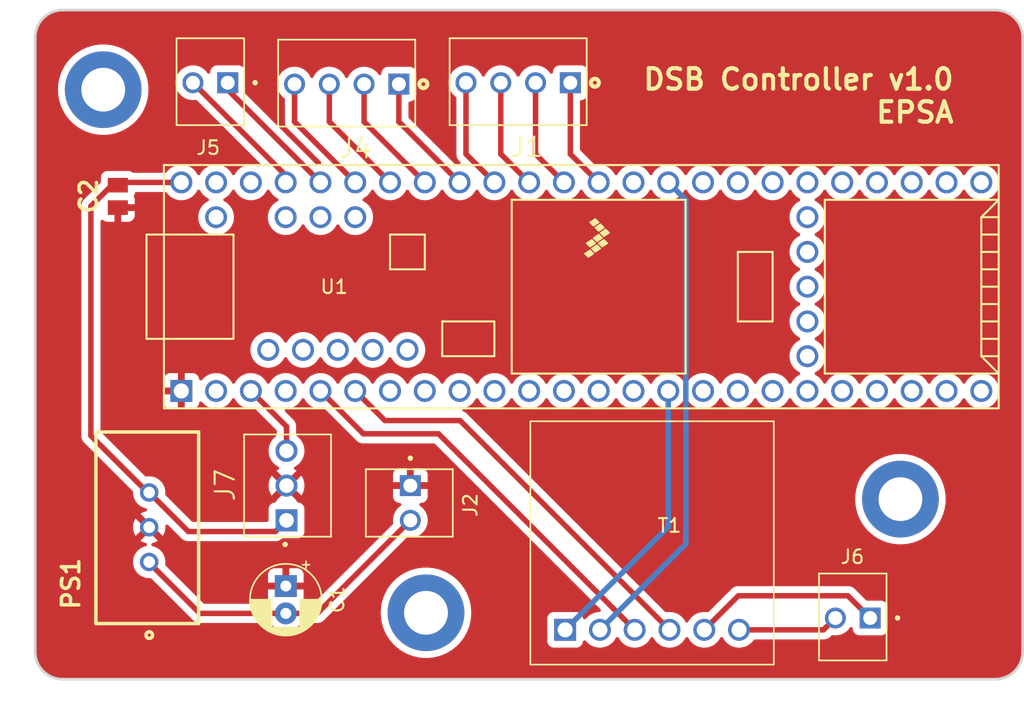
<source format=kicad_pcb>
(kicad_pcb (version 20240108) (generator "pcbnew") (generator_version "8.0")
  (layers (0 "F.Cu" signal) (31 "B.Cu" signal) (34 "B.Paste" user) (35 "F.Paste" user) (36 "B.SilkS" user "B.Silkscreen") (37 "F.SilkS" user "F.Silkscreen") (38 "B.Mask" user) (39 "F.Mask" user) (44 "Edge.Cuts" user))
  (net 0 "")
  (net 1 "+12V")
  (net 2 "GND")
  (net 3 "+5V")
  (net 4 "/LED3")
  (net 5 "/LED2")
  (net 6 "/LED4")
  (net 7 "/LED1")
  (net 8 "/COM Screen")
  (net 9 "/LED5")
  (net 10 "/LED8")
  (net 11 "/LED6")
  (net 12 "/LED7")
  (net 13 "/LED10")
  (net 14 "/LED9")
  (net 15 "/CAN L")
  (net 16 "/CAN H")
  (net 17 "/CRx")
  (net 18 "Net-(T1-3V3)")
  (net 19 "/CTx")
  (net 20 "Net-(T1-GND)")
  (footprint "EPSA_lib:MOLEX_22-11-2032" (layer "F.Cu") (at 129.5908 93.6244 90)
    (property "Reference" "J7" (at 2.585 -4.489 -90) (layer "F.SilkS") (effects (font (size 1.4 1.4))))
    (property "Value" "3P Droit 22-11-2032")
    (fp_line (start 6.275 -3.1) (end -1.195 -3.1) (stroke (width 0.127)) (layer "F.SilkS"))
    (fp_line (start -1.195 -3.1) (end -1.195 3.25) (stroke (width 0.127)) (layer "F.SilkS"))
    (fp_line (start 6.275 3.25) (end 6.275 -3.1) (stroke (width 0.127)) (layer "F.SilkS"))
    (fp_line (start -1.195 3.25) (end 6.275 3.25) (stroke (width 0.127)) (layer "F.SilkS"))
    (fp_circle (center -1.76 -0.1) (end -1.66 -0.1) (stroke (width 0.2)) (fill none) (layer "F.SilkS"))
    (pad "1" thru_hole rect (at 0 0 90) (size 1.61 1.61) (drill 1.07) (layers "*.Cu" "*.Mask") (net 3 "+5V"))
    (pad "2" thru_hole circle (at 2.54 0 90) (size 1.61 1.61) (drill 1.07) (layers "*.Cu" "*.Mask") (net 2 "GND"))
    (pad "3" thru_hole circle (at 5.08 0 90) (size 1.61 1.61) (drill 1.07) (layers "*.Cu" "*.Mask") (net 8 "/COM Screen"))
  )
  (footprint "" (layer "F.Cu") (at 139.7762 100.3808)
    (property "Reference" "" (at 0 0 0) (layer "F.SilkS") (effects (font (size 1.27 1.27))))
    (property "Value" "")
    (pad "1" thru_hole circle (at 0 0) (size 5.6 5.6) (drill 3.2) (layers "*.Cu" "*.Mask"))
  )
  (footprint "EPSA_lib:MOLEX_22-11-2022" (layer "F.Cu") (at 138.6332 91.0844 -90)
    (property "Reference" "J2" (at 1.425 -4.385 90) (layer "F.SilkS"))
    (property "Value" "2P Droit 2-11-2022")
    (fp_line (start -1.195 3.25) (end -1.195 -3.1) (stroke (width 0.127)) (layer "F.SilkS"))
    (fp_line (start 3.735 3.25) (end -1.195 3.25) (stroke (width 0.127)) (layer "F.SilkS"))
    (fp_line (start -1.195 -3.1) (end 3.735 -3.1) (stroke (width 0.127)) (layer "F.SilkS"))
    (fp_line (start 3.735 -3.1) (end 3.735 3.25) (stroke (width 0.127)) (layer "F.SilkS"))
    (fp_circle (center -2 0) (end -1.9 0) (stroke (width 0.2)) (fill none) (layer "F.SilkS"))
    (pad "1" thru_hole rect (at 0 0 270) (size 1.53 1.53) (drill 1.02) (layers "*.Cu" "*.Mask") (net 2 "GND"))
    (pad "2" thru_hole circle (at 2.54 0 270) (size 1.53 1.53) (drill 1.02) (layers "*.Cu" "*.Mask") (net 1 "+12V"))
  )
  (footprint "EPSA_lib:MOLEX_22-11-2042" (layer "F.Cu") (at 133.985 61.7474 180)
    (property "Reference" "J4" (at -0.63545 -4.70238 180) (layer "F.SilkS") (effects (font (size 1.401008 1.401008))))
    (property "Value" "4P Droit 22-11-2042")
    (fp_line (start 5.005 3.25) (end -5.005 3.25) (stroke (width 0.127)) (layer "F.SilkS"))
    (fp_line (start 5.005 -3.1) (end 5.005 3.25) (stroke (width 0.127)) (layer "F.SilkS"))
    (fp_line (start -5.005 3.25) (end -5.005 -3.1) (stroke (width 0.127)) (layer "F.SilkS"))
    (fp_line (start -5.005 -3.1) (end 5.005 -3.1) (stroke (width 0.127)) (layer "F.SilkS"))
    (fp_circle (center -5.6 0) (end -5.458581 0) (stroke (width 0.3)) (fill none) (layer "F.SilkS"))
    (pad "1" thru_hole rect (at -3.81 0 180) (size 1.53 1.53) (drill 1.02) (layers "*.Cu" "*.Mask") (net 9 "/LED5"))
    (pad "2" thru_hole circle (at -1.27 0 180) (size 1.53 1.53) (drill 1.02) (layers "*.Cu" "*.Mask") (net 11 "/LED6"))
    (pad "3" thru_hole circle (at 1.27 0 180) (size 1.53 1.53) (drill 1.02) (layers "*.Cu" "*.Mask") (net 12 "/LED7"))
    (pad "4" thru_hole circle (at 3.81 0 180) (size 1.53 1.53) (drill 1.02) (layers "*.Cu" "*.Mask") (net 10 "/LED8"))
  )
  (footprint "EPSA_lib:TSR-2" (layer "F.Cu") (at 115.6716 101.1682 90)
    (property "Reference" "PS1" (at 2.91382 -1.825 -90) (layer "F.SilkS") (effects (font (size 1.27 1.27) (thickness 0.254))))
    (property "Value" "Alim HP TSR_2-2450" (hide yes))
    (fp_line (start 14 0) (end 14 7.5) (stroke (width 0.254)) (layer "F.SilkS"))
    (fp_line (start 0 0) (end 14 0) (stroke (width 0.254)) (layer "F.SilkS"))
    (fp_line (start 14 7.5) (end 0 7.5) (stroke (width 0.254)) (layer "F.SilkS"))
    (fp_line (start 0 7.5) (end 0 0) (stroke (width 0.254)) (layer "F.SilkS"))
    (fp_circle (center -0.842 3.896) (end -0.842 4.00936) (stroke (width 0.254)) (fill none) (layer "F.SilkS"))
    (pad "1" thru_hole circle (at 4.5 3.89 90) (size 1.35 1.35) (drill 0.85) (layers "*.Cu" "*.Mask") (net 1 "+12V"))
    (pad "2" thru_hole circle (at 7.04 3.89 90) (size 1.35 1.35) (drill 0.85) (layers "*.Cu" "*.Mask") (net 2 "GND"))
    (pad "3" thru_hole circle (at 9.58 3.89 90) (size 1.35 1.35) (drill 0.85) (layers "*.Cu" "*.Mask") (net 3 "+5V"))
  )
  (footprint "" (layer "F.Cu") (at 174.4218 92.075)
    (property "Reference" "" (at 0 0 0) (layer "F.SilkS") (effects (font (size 1.27 1.27))))
    (property "Value" "")
    (pad "1" thru_hole circle (at 0 0) (size 5.6 5.6) (drill 3.2) (layers "*.Cu" "*.Mask"))
  )
  (footprint "Capacitor_THT:CP_Radial_D5.0mm_P2.00mm" (layer "F.Cu") (at 129.54 98.425 -90)
    (property "Reference" "C1" (at 1 -3.75 90) (layer "F.SilkS"))
    (property "Value" "C")
    (fp_line (start 1 1.04) (end 1 2.58) (stroke (width 0.12)) (layer "F.SilkS"))
    (fp_line (start 1.04 1.04) (end 1.04 2.58) (stroke (width 0.12)) (layer "F.SilkS"))
    (fp_line (start 1.08 1.04) (end 1.08 2.579) (stroke (width 0.12)) (layer "F.SilkS"))
    (fp_line (start 1.12 1.04) (end 1.12 2.578) (stroke (width 0.12)) (layer "F.SilkS"))
    (fp_line (start 1.16 1.04) (end 1.16 2.576) (stroke (width 0.12)) (layer "F.SilkS"))
    (fp_line (start 1.2 1.04) (end 1.2 2.573) (stroke (width 0.12)) (layer "F.SilkS"))
    (fp_line (start 1.24 1.04) (end 1.24 2.569) (stroke (width 0.12)) (layer "F.SilkS"))
    (fp_line (start 1.28 1.04) (end 1.28 2.565) (stroke (width 0.12)) (layer "F.SilkS"))
    (fp_line (start 1.32 1.04) (end 1.32 2.561) (stroke (width 0.12)) (layer "F.SilkS"))
    (fp_line (start 1.36 1.04) (end 1.36 2.556) (stroke (width 0.12)) (layer "F.SilkS"))
    (fp_line (start 1.4 1.04) (end 1.4 2.55) (stroke (width 0.12)) (layer "F.SilkS"))
    (fp_line (start 1.44 1.04) (end 1.44 2.543) (stroke (width 0.12)) (layer "F.SilkS"))
    (fp_line (start 1.48 1.04) (end 1.48 2.536) (stroke (width 0.12)) (layer "F.SilkS"))
    (fp_line (start 1.52 1.04) (end 1.52 2.528) (stroke (width 0.12)) (layer "F.SilkS"))
    (fp_line (start 1.56 1.04) (end 1.56 2.52) (stroke (width 0.12)) (layer "F.SilkS"))
    (fp_line (start 1.6 1.04) (end 1.6 2.511) (stroke (width 0.12)) (layer "F.SilkS"))
    (fp_line (start 1.64 1.04) (end 1.64 2.501) (stroke (width 0.12)) (layer "F.SilkS"))
    (fp_line (start 1.68 1.04) (end 1.68 2.491) (stroke (width 0.12)) (layer "F.SilkS"))
    (fp_line (start 1.721 1.04) (end 1.721 2.48) (stroke (width 0.12)) (layer "F.SilkS"))
    (fp_line (start 1.761 1.04) (end 1.761 2.468) (stroke (width 0.12)) (layer "F.SilkS"))
    (fp_line (start 1.801 1.04) (end 1.801 2.455) (stroke (width 0.12)) (layer "F.SilkS"))
    (fp_line (start 1.841 1.04) (end 1.841 2.442) (stroke (width 0.12)) (layer "F.SilkS"))
    (fp_line (start 1.881 1.04) (end 1.881 2.428) (stroke (width 0.12)) (layer "F.SilkS"))
    (fp_line (start 1.921 1.04) (end 1.921 2.414) (stroke (width 0.12)) (layer "F.SilkS"))
    (fp_line (start 1.961 1.04) (end 1.961 2.398) (stroke (width 0.12)) (layer "F.SilkS"))
    (fp_line (start 2.001 1.04) (end 2.001 2.382) (stroke (width 0.12)) (layer "F.SilkS"))
    (fp_line (start 2.041 1.04) (end 2.041 2.365) (stroke (width 0.12)) (layer "F.SilkS"))
    (fp_line (start 2.081 1.04) (end 2.081 2.348) (stroke (width 0.12)) (layer "F.SilkS"))
    (fp_line (start 2.121 1.04) (end 2.121 2.329) (stroke (width 0.12)) (layer "F.SilkS"))
    (fp_line (start 2.161 1.04) (end 2.161 2.31) (stroke (width 0.12)) (layer "F.SilkS"))
    (fp_line (start 2.201 1.04) (end 2.201 2.29) (stroke (width 0.12)) (layer "F.SilkS"))
    (fp_line (start 2.241 1.04) (end 2.241 2.268) (stroke (width 0.12)) (layer "F.SilkS"))
    (fp_line (start 2.281 1.04) (end 2.281 2.247) (stroke (width 0.12)) (layer "F.SilkS"))
    (fp_line (start 2.321 1.04) (end 2.321 2.224) (stroke (width 0.12)) (layer "F.SilkS"))
    (fp_line (start 2.361 1.04) (end 2.361 2.2) (stroke (width 0.12)) (layer "F.SilkS"))
    (fp_line (start 2.401 1.04) (end 2.401 2.175) (stroke (width 0.12)) (layer "F.SilkS"))
    (fp_line (start 2.441 1.04) (end 2.441 2.149) (stroke (width 0.12)) (layer "F.SilkS"))
    (fp_line (start 2.481 1.04) (end 2.481 2.122) (stroke (width 0.12)) (layer "F.SilkS"))
    (fp_line (start 2.521 1.04) (end 2.521 2.095) (stroke (width 0.12)) (layer "F.SilkS"))
    (fp_line (start 2.561 1.04) (end 2.561 2.065) (stroke (width 0.12)) (layer "F.SilkS"))
    (fp_line (start 2.601 1.04) (end 2.601 2.035) (stroke (width 0.12)) (layer "F.SilkS"))
    (fp_line (start 2.641 1.04) (end 2.641 2.004) (stroke (width 0.12)) (layer "F.SilkS"))
    (fp_line (start 2.681 1.04) (end 2.681 1.971) (stroke (width 0.12)) (layer "F.SilkS"))
    (fp_line (start 2.721 1.04) (end 2.721 1.937) (stroke (width 0.12)) (layer "F.SilkS"))
    (fp_line (start 2.761 1.04) (end 2.761 1.901) (stroke (width 0.12)) (layer "F.SilkS"))
    (fp_line (start 2.801 1.04) (end 2.801 1.864) (stroke (width 0.12)) (layer "F.SilkS"))
    (fp_line (start 2.841 1.04) (end 2.841 1.826) (stroke (width 0.12)) (layer "F.SilkS"))
    (fp_line (start 2.881 1.04) (end 2.881 1.785) (stroke (width 0.12)) (layer "F.SilkS"))
    (fp_line (start 2.921 1.04) (end 2.921 1.743) (stroke (width 0.12)) (layer "F.SilkS"))
    (fp_line (start 2.961 1.04) (end 2.961 1.699) (stroke (width 0.12)) (layer "F.SilkS"))
    (fp_line (start 3.001 1.04) (end 3.001 1.653) (stroke (width 0.12)) (layer "F.SilkS"))
    (fp_line (start 3.601 -0.284) (end 3.601 0.284) (stroke (width 0.12)) (layer "F.SilkS"))
    (fp_line (start 3.561 -0.518) (end 3.561 0.518) (stroke (width 0.12)) (layer "F.SilkS"))
    (fp_line (start 3.521 -0.677) (end 3.521 0.677) (stroke (width 0.12)) (layer "F.SilkS"))
    (fp_line (start 3.481 -0.805) (end 3.481 0.805) (stroke (width 0.12)) (layer "F.SilkS"))
    (fp_line (start 3.441 -0.915) (end 3.441 0.915) (stroke (width 0.12)) (layer "F.SilkS"))
    (fp_line (start 3.401 -1.011) (end 3.401 1.011) (stroke (width 0.12)) (layer "F.SilkS"))
    (fp_line (start 3.361 -1.098) (end 3.361 1.098) (stroke (width 0.12)) (layer "F.SilkS"))
    (fp_line (start 3.321 -1.178) (end 3.321 1.178) (stroke (width 0.12)) (layer "F.SilkS"))
    (fp_line (start 3.281 -1.251) (end 3.281 1.251) (stroke (width 0.12)) (layer "F.SilkS"))
    (fp_line (start 3.241 -1.319) (end 3.241 1.319) (stroke (width 0.12)) (layer "F.SilkS"))
    (fp_line (start 3.201 -1.383) (end 3.201 1.383) (stroke (width 0.12)) (layer "F.SilkS"))
    (fp_line (start 3.161 -1.443) (end 3.161 1.443) (stroke (width 0.12)) (layer "F.SilkS"))
    (fp_line (start -1.804775 -1.475) (end -1.304775 -1.475) (stroke (width 0.12)) (layer "F.SilkS"))
    (fp_line (start 3.121 -1.5) (end 3.121 1.5) (stroke (width 0.12)) (layer "F.SilkS"))
    (fp_line (start 3.081 -1.554) (end 3.081 1.554) (stroke (width 0.12)) (layer "F.SilkS"))
    (fp_line (start 3.041 -1.605) (end 3.041 1.605) (stroke (width 0.12)) (layer "F.SilkS"))
    (fp_line (start 3.001 -1.653) (end 3.001 -1.04) (stroke (width 0.12)) (layer "F.SilkS"))
    (fp_line (start 2.961 -1.699) (end 2.961 -1.04) (stroke (width 0.12)) (layer "F.SilkS"))
    (fp_line (start -1.554775 -1.725) (end -1.554775 -1.225) (stroke (width 0.12)) (layer "F.SilkS"))
    (fp_line (start 2.921 -1.743) (end 2.921 -1.04) (stroke (width 0.12)) (layer "F.SilkS"))
    (fp_line (start 2.881 -1.785) (end 2.881 -1.04) (stroke (width 0.12)) (layer "F.SilkS"))
    (fp_line (start 2.841 -1.826) (end 2.841 -1.04) (stroke (width 0.12)) (layer "F.SilkS"))
    (fp_line (start 2.801 -1.864) (end 2.801 -1.04) (stroke (width 0.12)) (layer "F.SilkS"))
    (fp_line (start 2.761 -1.901) (end 2.761 -1.04) (stroke (width 0.12)) (layer "F.SilkS"))
    (fp_line (start 2.721 -1.937) (end 2.721 -1.04) (stroke (width 0.12)) (layer "F.SilkS"))
    (fp_line (start 2.681 -1.971) (end 2.681 -1.04) (stroke (width 0.12)) (layer "F.SilkS"))
    (fp_line (start 2.641 -2.004) (end 2.641 -1.04) (stroke (width 0.12)) (layer "F.SilkS"))
    (fp_line (start 2.601 -2.035) (end 2.601 -1.04) (stroke (width 0.12)) (layer "F.SilkS"))
    (fp_line (start 2.561 -2.065) (end 2.561 -1.04) (stroke (width 0.12)) (layer "F.SilkS"))
    (fp_line (start 2.521 -2.095) (end 2.521 -1.04) (stroke (width 0.12)) (layer "F.SilkS"))
    (fp_line (start 2.481 -2.122) (end 2.481 -1.04) (stroke (width 0.12)) (layer "F.SilkS"))
    (fp_line (start 2.441 -2.149) (end 2.441 -1.04) (stroke (width 0.12)) (layer "F.SilkS"))
    (fp_line (start 2.401 -2.175) (end 2.401 -1.04) (stroke (width 0.12)) (layer "F.SilkS"))
    (fp_line (start 2.361 -2.2) (end 2.361 -1.04) (stroke (width 0.12)) (layer "F.SilkS"))
    (fp_line (start 2.321 -2.224) (end 2.321 -1.04) (stroke (width 0.12)) (layer "F.SilkS"))
    (fp_line (start 2.281 -2.247) (end 2.281 -1.04) (stroke (width 0.12)) (layer "F.SilkS"))
    (fp_line (start 2.241 -2.268) (end 2.241 -1.04) (stroke (width 0.12)) (layer "F.SilkS"))
    (fp_line (start 2.201 -2.29) (end 2.201 -1.04) (stroke (width 0.12)) (layer "F.SilkS"))
    (fp_line (start 2.161 -2.31) (end 2.161 -1.04) (stroke (width 0.12)) (layer "F.SilkS"))
    (fp_line (start 2.121 -2.329) (end 2.121 -1.04) (stroke (width 0.12)) (layer "F.SilkS"))
    (fp_line (start 2.081 -2.348) (end 2.081 -1.04) (stroke (width 0.12)) (layer "F.SilkS"))
    (fp_line (start 2.041 -2.365) (end 2.041 -1.04) (stroke (width 0.12)) (layer "F.SilkS"))
    (fp_line (start 2.001 -2.382) (end 2.001 -1.04) (stroke (width 0.12)) (layer "F.SilkS"))
    (fp_line (start 1.961 -2.398) (end 1.961 -1.04) (stroke (width 0.12)) (layer "F.SilkS"))
    (fp_line (start 1.921 -2.414) (end 1.921 -1.04) (stroke (width 0.12)) (layer "F.SilkS"))
    (fp_line (start 1.881 -2.428) (end 1.881 -1.04) (stroke (width 0.12)) (layer "F.SilkS"))
    (fp_line (start 1.841 -2.442) (end 1.841 -1.04) (stroke (width 0.12)) (layer "F.SilkS"))
    (fp_line (start 1.801 -2.455) (end 1.801 -1.04) (stroke (width 0.12)) (layer "F.SilkS"))
    (fp_line (start 1.761 -2.468) (end 1.761 -1.04) (stroke (width 0.12)) (layer "F.SilkS"))
    (fp_line (start 1.721 -2.48) (end 1.721 -1.04) (stroke (width 0.12)) (layer "F.SilkS"))
    (fp_line (start 1.68 -2.491) (end 1.68 -1.04) (stroke (width 0.12)) (layer "F.SilkS"))
    (fp_line (start 1.64 -2.501) (end 1.64 -1.04) (stroke (width 0.12)) (layer "F.SilkS"))
    (fp_line (start 1.6 -2.511) (end 1.6 -1.04) (stroke (width 0.12)) (layer "F.SilkS"))
    (fp_line (start 1.56 -2.52) (end 1.56 -1.04) (stroke (width 0.12)) (layer "F.SilkS"))
    (fp_line (start 1.52 -2.528) (end 1.52 -1.04) (stroke (width 0.12)) (layer "F.SilkS"))
    (fp_line (start 1.48 -2.536) (end 1.48 -1.04) (stroke (width 0.12)) (layer "F.SilkS"))
    (fp_line (start 1.44 -2.543) (end 1.44 -1.04) (stroke (width 0.12)) (layer "F.SilkS"))
    (fp_line (start 1.4 -2.55) (end 1.4 -1.04) (stroke (width 0.12)) (layer "F.SilkS"))
    (fp_line (start 1.36 -2.556) (end 1.36 -1.04) (stroke (width 0.12)) (layer "F.SilkS"))
    (fp_line (start 1.32 -2.561) (end 1.32 -1.04) (stroke (width 0.12)) (layer "F.SilkS"))
    (fp_line (start 1.28 -2.565) (end 1.28 -1.04) (stroke (width 0.12)) (layer "F.SilkS"))
    (fp_line (start 1.24 -2.569) (end 1.24 -1.04) (stroke (width 0.12)) (layer "F.SilkS"))
    (fp_line (start 1.2 -2.573) (end 1.2 -1.04) (stroke (width 0.12)) (layer "F.SilkS"))
    (fp_line (start 1.16 -2.576) (end 1.16 -1.04) (stroke (width 0.12)) (layer "F.SilkS"))
    (fp_line (start 1.12 -2.578) (end 1.12 -1.04) (stroke (width 0.12)) (layer "F.SilkS"))
    (fp_line (start 1.08 -2.579) (end 1.08 -1.04) (stroke (width 0.12)) (layer "F.SilkS"))
    (fp_line (start 1 -2.58) (end 1 -1.04) (stroke (width 0.12)) (layer "F.SilkS"))
    (fp_line (start 1.04 -2.58) (end 1.04 -1.04) (stroke (width 0.12)) (layer "F.SilkS"))
    (fp_circle (center 1 0) (end 3.62 0) (stroke (width 0.12)) (fill none) (layer "F.SilkS"))
    (pad "1" thru_hole rect (at 0 0 270) (size 1.6 1.6) (drill 0.8) (layers "*.Cu" "*.Mask") (net 2 "GND"))
    (pad "2" thru_hole circle (at 2 0 270) (size 1.6 1.6) (drill 0.8) (layers "*.Cu" "*.Mask") (net 1 "+12V"))
  )
  (footprint "EPSA_lib:CAPC2012X130N" (layer "F.Cu") (at 117.2718 69.9516 90)
    (property "Reference" "C2" (at 0.0182 -2.1336 -90) (layer "F.SilkS") (effects (font (size 1.27 1.27) (thickness 0.254))))
    (property "Value" "10n" (hide yes))
    (pad "1" smd rect (at -0.82 0 90) (size 1.07 1.47) (layers "F.Cu" "F.Paste" "F.Mask") (net 2 "GND"))
    (pad "2" smd rect (at 0.82 0 90) (size 1.07 1.47) (layers "F.Cu" "F.Paste" "F.Mask") (net 3 "+5V"))
  )
  (footprint "EPSA_lib:MOLEX_22-11-2042" (layer "F.Cu") (at 146.5072 61.6458 180)
    (property "Reference" "J1" (at -0.63545 -4.70238 180) (layer "F.SilkS") (effects (font (size 1.401008 1.401008))))
    (property "Value" "4P Droit 22-11-2042")
    (fp_line (start 5.005 3.25) (end -5.005 3.25) (stroke (width 0.127)) (layer "F.SilkS"))
    (fp_line (start 5.005 -3.1) (end 5.005 3.25) (stroke (width 0.127)) (layer "F.SilkS"))
    (fp_line (start -5.005 3.25) (end -5.005 -3.1) (stroke (width 0.127)) (layer "F.SilkS"))
    (fp_line (start -5.005 -3.1) (end 5.005 -3.1) (stroke (width 0.127)) (layer "F.SilkS"))
    (fp_circle (center -5.6 0) (end -5.458581 0) (stroke (width 0.3)) (fill none) (layer "F.SilkS"))
    (pad "1" thru_hole rect (at -3.81 0 180) (size 1.53 1.53) (drill 1.02) (layers "*.Cu" "*.Mask") (net 7 "/LED1"))
    (pad "2" thru_hole circle (at -1.27 0 180) (size 1.53 1.53) (drill 1.02) (layers "*.Cu" "*.Mask") (net 5 "/LED2"))
    (pad "3" thru_hole circle (at 1.27 0 180) (size 1.53 1.53) (drill 1.02) (layers "*.Cu" "*.Mask") (net 4 "/LED3"))
    (pad "4" thru_hole circle (at 3.81 0 180) (size 1.53 1.53) (drill 1.02) (layers "*.Cu" "*.Mask") (net 6 "/LED4"))
  )
  (footprint "" (layer "F.Cu") (at 116.205 62.1538)
    (property "Reference" "" (at 0 0 0) (layer "F.SilkS") (effects (font (size 1.27 1.27))))
    (property "Value" "")
    (pad "1" thru_hole circle (at 0 0) (size 5.6 5.6) (drill 3.2) (layers "*.Cu" "*.Mask"))
  )
  (footprint "EPSA_lib:MOLEX_22-11-2022" (layer "F.Cu") (at 125.2982 61.6458 180)
    (property "Reference" "J5" (at 1.425 -4.7498 180) (layer "F.SilkS"))
    (property "Value" "2P Droit 2-11-2022")
    (fp_line (start 3.735 3.25) (end -1.195 3.25) (stroke (width 0.127)) (layer "F.SilkS"))
    (fp_line (start 3.735 -3.1) (end 3.735 3.25) (stroke (width 0.127)) (layer "F.SilkS"))
    (fp_line (start -1.195 3.25) (end -1.195 -3.1) (stroke (width 0.127)) (layer "F.SilkS"))
    (fp_line (start -1.195 -3.1) (end 3.735 -3.1) (stroke (width 0.127)) (layer "F.SilkS"))
    (fp_circle (center -2 0) (end -1.9 0) (stroke (width 0.2)) (fill none) (layer "F.SilkS"))
    (pad "1" thru_hole rect (at 0 0 180) (size 1.53 1.53) (drill 1.02) (layers "*.Cu" "*.Mask") (net 14 "/LED9"))
    (pad "2" thru_hole circle (at 2.54 0 180) (size 1.53 1.53) (drill 1.02) (layers "*.Cu" "*.Mask") (net 13 "/LED10"))
  )
  (footprint "EPSA_lib:MOLEX_22-11-2022" (layer "F.Cu") (at 172.212 100.7618 180)
    (property "Reference" "J6" (at 1.2954 4.4704 180) (layer "F.SilkS"))
    (property "Value" "2P Droit 2-11-2022")
    (fp_line (start 3.735 3.25) (end -1.195 3.25) (stroke (width 0.127)) (layer "F.SilkS"))
    (fp_line (start 3.735 -3.1) (end 3.735 3.25) (stroke (width 0.127)) (layer "F.SilkS"))
    (fp_line (start -1.195 3.25) (end -1.195 -3.1) (stroke (width 0.127)) (layer "F.SilkS"))
    (fp_line (start -1.195 -3.1) (end 3.735 -3.1) (stroke (width 0.127)) (layer "F.SilkS"))
    (fp_circle (center -2 0) (end -1.9 0) (stroke (width 0.2)) (fill none) (layer "F.SilkS"))
    (pad "1" thru_hole rect (at 0 0 180) (size 1.53 1.53) (drill 1.02) (layers "*.Cu" "*.Mask") (net 16 "/CAN H"))
    (pad "2" thru_hole circle (at 2.54 0 180) (size 1.53 1.53) (drill 1.02) (layers "*.Cu" "*.Mask") (net 15 "/CAN L"))
  )
  (footprint "EPSA_lib:CAN_Transceiver" (layer "F.Cu") (at 147.3962 104.1654)
    (property "Reference" "T1" (at 10.16 -10.16 0) (layer "F.SilkS"))
    (property "Value" "~" (hide yes))
    (fp_rect (start 0 -17.78) (end 17.78 0) (stroke (width 0.12)) (fill none) (layer "F.SilkS"))
    (pad "1" thru_hole rect (at 2.54 -2.54) (size 1.6 1.6) (drill 1.1) (layers "*.Cu" "*.Mask") (net 18 "Net-(T1-3V3)"))
    (pad "2" thru_hole circle (at 5.08 -2.54) (size 1.6 1.6) (drill 1.1) (layers "*.Cu" "*.Mask") (net 20 "Net-(T1-GND)"))
    (pad "3" thru_hole circle (at 7.62 -2.54) (size 1.6 1.6) (drill 1.1) (layers "*.Cu" "*.Mask") (net 19 "/CTx"))
    (pad "4" thru_hole circle (at 10.16 -2.54) (size 1.6 1.6) (drill 1.1) (layers "*.Cu" "*.Mask") (net 17 "/CRx"))
    (pad "5" thru_hole circle (at 12.7 -2.54) (size 1.6 1.6) (drill 1.1) (layers "*.Cu" "*.Mask") (net 16 "/CAN H"))
    (pad "6" thru_hole circle (at 15.24 -2.54) (size 1.6 1.6) (drill 1.1) (layers "*.Cu" "*.Mask") (net 15 "/CAN L"))
  )
  (footprint "EPSA_lib:Teensy35_36" (layer "F.Cu") (at 151.118581 76.55)
    (property "Reference" "U1" (at -18.047981 0.0056 0) (layer "F.SilkS"))
    (property "Value" "Teensy3.5")
    (fp_line (start -31.75 -3.81) (end -30.48 -3.81) (stroke (width 0.15)) (layer "F.SilkS"))
    (fp_line (start -31.75 3.81) (end -31.75 -3.81) (stroke (width 0.15)) (layer "F.SilkS"))
    (fp_line (start -30.48 3.81) (end -31.75 3.81) (stroke (width 0.15)) (layer "F.SilkS"))
    (fp_line (start -30.48 8.89) (end -30.48 -8.89) (stroke (width 0.15)) (layer "F.SilkS"))
    (fp_line (start -30.48 8.89) (end 30.48 8.89) (stroke (width 0.15)) (layer "F.SilkS"))
    (fp_line (start -25.4 -3.81) (end -30.48 -3.81) (stroke (width 0.15)) (layer "F.SilkS"))
    (fp_line (start -25.4 3.81) (end -30.48 3.81) (stroke (width 0.15)) (layer "F.SilkS"))
    (fp_line (start -25.4 3.81) (end -25.4 -3.81) (stroke (width 0.15)) (layer "F.SilkS"))
    (fp_line (start -13.97 -3.81) (end -13.97 -1.27) (stroke (width 0.15)) (layer "F.SilkS"))
    (fp_line (start -13.97 -1.27) (end -11.43 -1.27) (stroke (width 0.15)) (layer "F.SilkS"))
    (fp_line (start -11.43 -3.81) (end -13.97 -3.81) (stroke (width 0.15)) (layer "F.SilkS"))
    (fp_line (start -11.43 -1.27) (end -11.43 -3.81) (stroke (width 0.15)) (layer "F.SilkS"))
    (fp_line (start -10.16 2.54) (end -6.35 2.54) (stroke (width 0.15)) (layer "F.SilkS"))
    (fp_line (start -10.16 5.08) (end -10.16 2.54) (stroke (width 0.15)) (layer "F.SilkS"))
    (fp_line (start -6.35 2.54) (end -6.35 5.08) (stroke (width 0.15)) (layer "F.SilkS"))
    (fp_line (start -6.35 5.08) (end -10.16 5.08) (stroke (width 0.15)) (layer "F.SilkS"))
    (fp_line (start -5.08 -6.35) (end -5.08 6.35) (stroke (width 0.15)) (layer "F.SilkS"))
    (fp_line (start -5.08 -6.35) (end 7.62 -6.35) (stroke (width 0.15)) (layer "F.SilkS"))
    (fp_line (start -5.08 6.35) (end 7.62 6.35) (stroke (width 0.15)) (layer "F.SilkS"))
    (fp_line (start 7.62 6.35) (end 7.62 -6.35) (stroke (width 0.15)) (layer "F.SilkS"))
    (fp_line (start 11.43 -2.54) (end 13.97 -2.54) (stroke (width 0.15)) (layer "F.SilkS"))
    (fp_line (start 11.43 2.54) (end 11.43 -2.54) (stroke (width 0.15)) (layer "F.SilkS"))
    (fp_line (start 13.97 -2.54) (end 13.97 2.54) (stroke (width 0.15)) (layer "F.SilkS"))
    (fp_line (start 13.97 2.54) (end 11.43 2.54) (stroke (width 0.15)) (layer "F.SilkS"))
    (fp_line (start 17.78 -6.35) (end 17.78 6.35) (stroke (width 0.15)) (layer "F.SilkS"))
    (fp_line (start 17.78 6.35) (end 30.48 6.35) (stroke (width 0.15)) (layer "F.SilkS"))
    (fp_line (start 29.21 -5.08) (end 30.48 -6.35) (stroke (width 0.15)) (layer "F.SilkS"))
    (fp_line (start 29.21 -5.08) (end 30.48 -5.08) (stroke (width 0.15)) (layer "F.SilkS"))
    (fp_line (start 29.21 -3.81) (end 30.48 -3.81) (stroke (width 0.15)) (layer "F.SilkS"))
    (fp_line (start 29.21 -2.54) (end 30.48 -2.54) (stroke (width 0.15)) (layer "F.SilkS"))
    (fp_line (start 29.21 -1.27) (end 30.48 -1.27) (stroke (width 0.15)) (layer "F.SilkS"))
    (fp_line (start 29.21 0) (end 30.48 0) (stroke (width 0.15)) (layer "F.SilkS"))
    (fp_line (start 29.21 1.27) (end 30.48 1.27) (stroke (width 0.15)) (layer "F.SilkS"))
    (fp_line (start 29.21 2.54) (end 30.48 2.54) (stroke (width 0.15)) (layer "F.SilkS"))
    (fp_line (start 29.21 3.81) (end 30.48 3.81) (stroke (width 0.15)) (layer "F.SilkS"))
    (fp_line (start 29.21 5.08) (end 29.21 -5.08) (stroke (width 0.15)) (layer "F.SilkS"))
    (fp_line (start 29.21 5.08) (end 30.48 5.08) (stroke (width 0.15)) (layer "F.SilkS"))
    (fp_line (start 30.48 -8.89) (end -30.48 -8.89) (stroke (width 0.15)) (layer "F.SilkS"))
    (fp_line (start 30.48 -8.89) (end 30.48 8.89) (stroke (width 0.15)) (layer "F.SilkS"))
    (fp_line (start 30.48 -6.35) (end 17.78 -6.35) (stroke (width 0.15)) (layer "F.SilkS"))
    (fp_line (start 30.48 6.35) (end 29.21 5.08) (stroke (width 0.15)) (layer "F.SilkS"))
    (fp_poly (pts (xy 0.635 -2.667) (xy 0.889 -2.413) (xy 0.508 -2.159) (xy 0.254 -2.413)) (stroke (width 0.1)) (fill solid) (layer "F.SilkS"))
    (fp_poly (pts (xy 0.762 -3.429) (xy 1.016 -3.175) (xy 0.635 -2.921) (xy 0.381 -3.175)) (stroke (width 0.1)) (fill solid) (layer "F.SilkS"))
    (fp_poly (pts (xy 1.016 -4.953) (xy 1.27 -4.699) (xy 0.889 -4.445) (xy 0.635 -4.699)) (stroke (width 0.1)) (fill solid) (layer "F.SilkS"))
    (fp_poly (pts (xy 1.143 -3.048) (xy 1.397 -2.794) (xy 1.016 -2.54) (xy 0.762 -2.794)) (stroke (width 0.1)) (fill solid) (layer "F.SilkS"))
    (fp_poly (pts (xy 1.27 -3.81) (xy 1.524 -3.556) (xy 1.143 -3.302) (xy 0.889 -3.556)) (stroke (width 0.1)) (fill solid) (layer "F.SilkS"))
    (fp_poly (pts (xy 1.397 -4.572) (xy 1.651 -4.318) (xy 1.27 -4.064) (xy 1.016 -4.318)) (stroke (width 0.1)) (fill solid) (layer "F.SilkS"))
    (fp_poly (pts (xy 1.651 -3.429) (xy 1.905 -3.175) (xy 1.524 -2.921) (xy 1.27 -3.175)) (stroke (width 0.1)) (fill solid) (layer "F.SilkS"))
    (fp_poly (pts (xy 1.778 -4.191) (xy 2.032 -3.937) (xy 1.651 -3.683) (xy 1.397 -3.937)) (stroke (width 0.1)) (fill solid) (layer "F.SilkS"))
    (pad "1" thru_hole rect (at -29.21 7.62) (size 1.6 1.6) (drill 1.1) (layers "*.Cu" "*.Mask") (net 2 "GND"))
    (pad "2" thru_hole circle (at -26.67 7.62) (size 1.6 1.6) (drill 1.1) (layers "*.Cu" "*.Mask"))
    (pad "3" thru_hole circle (at -24.13 7.62) (size 1.6 1.6) (drill 1.1) (layers "*.Cu" "*.Mask") (net 8 "/COM Screen"))
    (pad "4" thru_hole circle (at -21.59 7.62) (size 1.6 1.6) (drill 1.1) (layers "*.Cu" "*.Mask"))
    (pad "5" thru_hole circle (at -19.05 7.62) (size 1.6 1.6) (drill 1.1) (layers "*.Cu" "*.Mask") (net 19 "/CTx"))
    (pad "6" thru_hole circle (at -16.51 7.62) (size 1.6 1.6) (drill 1.1) (layers "*.Cu" "*.Mask") (net 17 "/CRx"))
    (pad "7" thru_hole circle (at -13.97 7.62) (size 1.6 1.6) (drill 1.1) (layers "*.Cu" "*.Mask"))
    (pad "8" thru_hole circle (at -11.43 7.62) (size 1.6 1.6) (drill 1.1) (layers "*.Cu" "*.Mask"))
    (pad "9" thru_hole circle (at -8.89 7.62) (size 1.6 1.6) (drill 1.1) (layers "*.Cu" "*.Mask"))
    (pad "10" thru_hole circle (at -6.35 7.62) (size 1.6 1.6) (drill 1.1) (layers "*.Cu" "*.Mask"))
    (pad "11" thru_hole circle (at -3.81 7.62) (size 1.6 1.6) (drill 1.1) (layers "*.Cu" "*.Mask"))
    (pad "12" thru_hole circle (at -1.27 7.62) (size 1.6 1.6) (drill 1.1) (layers "*.Cu" "*.Mask"))
    (pad "13" thru_hole circle (at 1.27 7.62) (size 1.6 1.6) (drill 1.1) (layers "*.Cu" "*.Mask"))
    (pad "14" thru_hole circle (at 3.81 7.62) (size 1.6 1.6) (drill 1.1) (layers "*.Cu" "*.Mask"))
    (pad "15" thru_hole circle (at 6.35 7.62) (size 1.6 1.6) (drill 1.1) (layers "*.Cu" "*.Mask") (net 18 "Net-(T1-3V3)"))
    (pad "16" thru_hole circle (at 8.89 7.62) (size 1.6 1.6) (drill 1.1) (layers "*.Cu" "*.Mask"))
    (pad "17" thru_hole circle (at 11.43 7.62) (size 1.6 1.6) (drill 1.1) (layers "*.Cu" "*.Mask"))
    (pad "18" thru_hole circle (at 13.97 7.62) (size 1.6 1.6) (drill 1.1) (layers "*.Cu" "*.Mask"))
    (pad "19" thru_hole circle (at 16.51 7.62) (size 1.6 1.6) (drill 1.1) (layers "*.Cu" "*.Mask"))
    (pad "20" thru_hole circle (at 19.05 7.62) (size 1.6 1.6) (drill 1.1) (layers "*.Cu" "*.Mask"))
    (pad "21" thru_hole circle (at 21.59 7.62) (size 1.6 1.6) (drill 1.1) (layers "*.Cu" "*.Mask"))
    (pad "22" thru_hole circle (at 24.13 7.62) (size 1.6 1.6) (drill 1.1) (layers "*.Cu" "*.Mask"))
    (pad "23" thru_hole circle (at 26.67 7.62) (size 1.6 1.6) (drill 1.1) (layers "*.Cu" "*.Mask"))
    (pad "24" thru_hole circle (at 29.21 7.62) (size 1.6 1.6) (drill 1.1) (layers "*.Cu" "*.Mask"))
    (pad "25" thru_hole circle (at 16.51 5.08) (size 1.6 1.6) (drill 1.1) (layers "*.Cu" "*.Mask"))
    (pad "26" thru_hole circle (at 16.51 2.54) (size 1.6 1.6) (drill 1.1) (layers "*.Cu" "*.Mask"))
    (pad "27" thru_hole circle (at 16.51 0) (size 1.6 1.6) (drill 1.1) (layers "*.Cu" "*.Mask"))
    (pad "28" thru_hole circle (at 16.51 -2.54) (size 1.6 1.6) (drill 1.1) (layers "*.Cu" "*.Mask"))
    (pad "29" thru_hole circle (at 16.51 -5.08) (size 1.6 1.6) (drill 1.1) (layers "*.Cu" "*.Mask"))
    (pad "30" thru_hole circle (at 29.21 -7.62) (size 1.6 1.6) (drill 1.1) (layers "*.Cu" "*.Mask"))
    (pad "31" thru_hole circle (at 26.67 -7.62) (size 1.6 1.6) (drill 1.1) (layers "*.Cu" "*.Mask"))
    (pad "32" thru_hole circle (at 24.13 -7.62) (size 1.6 1.6) (drill 1.1) (layers "*.Cu" "*.Mask"))
    (pad "33" thru_hole circle (at 21.59 -7.62) (size 1.6 1.6) (drill 1.1) (layers "*.Cu" "*.Mask"))
    (pad "34" thru_hole circle (at 19.05 -7.62) (size 1.6 1.6) (drill 1.1) (layers "*.Cu" "*.Mask"))
    (pad "35" thru_hole circle (at 16.51 -7.62) (size 1.6 1.6) (drill 1.1) (layers "*.Cu" "*.Mask"))
    (pad "36" thru_hole circle (at 13.97 -7.62) (size 1.6 1.6) (drill 1.1) (layers "*.Cu" "*.Mask"))
    (pad "37" thru_hole circle (at 11.43 -7.62) (size 1.6 1.6) (drill 1.1) (layers "*.Cu" "*.Mask"))
    (pad "38" thru_hole circle (at 8.89 -7.62) (size 1.6 1.6) (drill 1.1) (layers "*.Cu" "*.Mask"))
    (pad "39" thru_hole circle (at 6.35 -7.62) (size 1.6 1.6) (drill 1.1) (layers "*.Cu" "*.Mask") (net 20 "Net-(T1-GND)"))
    (pad "40" thru_hole circle (at 3.81 -7.62) (size 1.6 1.6) (drill 1.1) (layers "*.Cu" "*.Mask"))
    (pad "41" thru_hole circle (at 1.27 -7.62) (size 1.6 1.6) (drill 1.1) (layers "*.Cu" "*.Mask") (net 7 "/LED1"))
    (pad "42" thru_hole circle (at -1.27 -7.62) (size 1.6 1.6) (drill 1.1) (layers "*.Cu" "*.Mask") (net 5 "/LED2"))
    (pad "43" thru_hole circle (at -3.81 -7.62) (size 1.6 1.6) (drill 1.1) (layers "*.Cu" "*.Mask") (net 4 "/LED3"))
    (pad "44" thru_hole circle (at -6.35 -7.62) (size 1.6 1.6) (drill 1.1) (layers "*.Cu" "*.Mask") (net 6 "/LED4"))
    (pad "45" thru_hole circle (at -8.89 -7.62) (size 1.6 1.6) (drill 1.1) (layers "*.Cu" "*.Mask") (net 9 "/LED5"))
    (pad "46" thru_hole circle (at -11.43 -7.62) (size 1.6 1.6) (drill 1.1) (layers "*.Cu" "*.Mask") (net 11 "/LED6"))
    (pad "47" thru_hole circle (at -13.97 -7.62) (size 1.6 1.6) (drill 1.1) (layers "*.Cu" "*.Mask") (net 12 "/LED7"))
    (pad "48" thru_hole circle (at -16.51 -7.62) (size 1.6 1.6) (drill 1.1) (layers "*.Cu" "*.Mask") (net 10 "/LED8"))
    (pad "49" thru_hole circle (at -19.05 -7.62) (size 1.6 1.6) (drill 1.1) (layers "*.Cu" "*.Mask") (net 14 "/LED9"))
    (pad "50" thru_hole circle (at -21.59 -7.62) (size 1.6 1.6) (drill 1.1) (layers "*.Cu" "*.Mask") (net 13 "/LED10"))
    (pad "51" thru_hole circle (at -24.13 -7.62) (size 1.6 1.6) (drill 1.1) (layers "*.Cu" "*.Mask"))
    (pad "52" thru_hole circle (at -26.67 -7.62) (size 1.6 1.6) (drill 1.1) (layers "*.Cu" "*.Mask"))
    (pad "53" thru_hole circle (at -29.21 -7.62) (size 1.6 1.6) (drill 1.1) (layers "*.Cu" "*.Mask") (net 3 "+5V"))
    (pad "54" thru_hole circle (at -26.67 -5.08) (size 1.6 1.6) (drill 1.1) (layers "*.Cu" "*.Mask"))
    (pad "55" thru_hole circle (at -21.59 -5.08) (size 1.6 1.6) (drill 1.1) (layers "*.Cu" "*.Mask"))
    (pad "56" thru_hole circle (at -19.05 -5.08) (size 1.6 1.6) (drill 1.1) (layers "*.Cu" "*.Mask"))
    (pad "57" thru_hole circle (at -16.51 -5.08) (size 1.6 1.6) (drill 1.1) (layers "*.Cu" "*.Mask"))
    (pad "58" thru_hole circle (at -22.86 4.62) (size 1.6 1.6) (drill 1.1) (layers "*.Cu" "*.Mask"))
    (pad "59" thru_hole circle (at -20.32 4.62) (size 1.6 1.6) (drill 1.1) (layers "*.Cu" "*.Mask"))
    (pad "60" thru_hole circle (at -17.78 4.62) (size 1.6 1.6) (drill 1.1) (layers "*.Cu" "*.Mask"))
    (pad "61" thru_hole circle (at -15.24 4.62) (size 1.6 1.6) (drill 1.1) (layers "*.Cu" "*.Mask"))
    (pad "62" thru_hole circle (at -12.7 4.62) (size 1.6 1.6) (drill 1.1) (layers "*.Cu" "*.Mask"))
  )
  (gr_line (start 111.2393 103.2322) (end 111.2393 58.3372) (stroke (width 0.2)) (layer "Edge.Cuts"))
  (gr_arc (start 181.3499 56.3372) (mid 182.764114 56.922986) (end 183.3499 58.3372) (stroke (width 0.2)) (layer "Edge.Cuts"))
  (gr_line (start 113.2393 56.3372) (end 181.3499 56.3372) (stroke (width 0.2)) (layer "Edge.Cuts"))
  (gr_line (start 181.3499 105.2322) (end 113.2393 105.2322) (stroke (width 0.2)) (layer "Edge.Cuts"))
  (gr_arc (start 111.2393 58.3372) (mid 111.825086 56.922986) (end 113.2393 56.3372) (stroke (width 0.2)) (layer "Edge.Cuts"))
  (gr_arc (start 113.2393 105.2322) (mid 111.825086 104.646414) (end 111.2393 103.2322) (stroke (width 0.2)) (layer "Edge.Cuts"))
  (gr_arc (start 183.3499 103.2322) (mid 182.764114 104.646414) (end 181.3499 105.2322) (stroke (width 0.2)) (layer "Edge.Cuts"))
  (gr_line (start 183.3499 58.3372) (end 183.3499 103.2322) (stroke (width 0.2)) (layer "Edge.Cuts"))
  (gr_text "DSB Controller v1.0\nEPSA" (at 178.4604 64.6938 0) (layer "F.SilkS") (effects (font (size 1.5 1.5) (thickness 0.3) (bold yes)) (justify right bottom)))
  (segment (start 129.54 100.425) (end 131.8326 100.425) (width 0.4) (layer "F.Cu") (net 1))
  (segment (start 123.2596 100.425) (end 129.54 100.425) (width 0.4) (layer "F.Cu") (net 1))
  (segment (start 119.5616 96.6682) (end 119.5616 96.727) (width 0.4) (layer "F.Cu") (net 1))
  (segment (start 131.8326 100.425) (end 138.6332 93.6244) (width 0.4) (layer "F.Cu") (net 1))
  (segment (start 119.5616 96.727) (end 123.2596 100.425) (width 0.4) (layer "F.Cu") (net 1))
  (segment (start 119.5616 91.5882) (end 119.452 91.5882) (width 0.4) (layer "F.Cu") (net 3))
  (segment (start 121.908581 68.93) (end 117.4734 68.93) (width 0.4) (layer "F.Cu") (net 3))
  (segment (start 116.8418 69.1316) (end 117.2718 69.1316) (width 0.4) (layer "F.Cu") (net 3))
  (segment (start 115.305 70.6684) (end 116.8418 69.1316) (width 0.4) (layer "F.Cu") (net 3))
  (segment (start 119.452 91.5882) (end 115.305 87.4412) (width 0.4) (layer "F.Cu") (net 3))
  (segment (start 129.5908 93.6244) (end 128.7702 94.445) (width 0.4) (layer "F.Cu") (net 3))
  (segment (start 115.305 87.4412) (end 115.305 70.6684) (width 0.4) (layer "F.Cu") (net 3))
  (segment (start 122.4184 94.445) (end 119.5616 91.5882) (width 0.4) (layer "F.Cu") (net 3))
  (segment (start 128.7702 94.445) (end 122.4184 94.445) (width 0.4) (layer "F.Cu") (net 3))
  (segment (start 117.4734 68.93) (end 117.2718 69.1316) (width 0.4) (layer "F.Cu") (net 3))
  (segment (start 145.2372 66.858619) (end 147.308581 68.93) (width 0.4) (layer "F.Cu") (net 4))
  (segment (start 145.2372 61.6458) (end 145.2372 66.858619) (width 0.4) (layer "F.Cu") (net 4))
  (segment (start 147.7772 61.6458) (end 147.7772 66.858619) (width 0.4) (layer "F.Cu") (net 5))
  (segment (start 147.7772 66.858619) (end 149.848581 68.93) (width 0.4) (layer "F.Cu") (net 5))
  (segment (start 142.6972 66.858619) (end 144.768581 68.93) (width 0.4) (layer "F.Cu") (net 6))
  (segment (start 142.6972 61.6458) (end 142.6972 66.858619) (width 0.4) (layer "F.Cu") (net 6))
  (segment (start 150.3172 61.6458) (end 150.3172 66.858619) (width 0.4) (layer "F.Cu") (net 7))
  (segment (start 150.3172 66.858619) (end 152.388581 68.93) (width 0.4) (layer "F.Cu") (net 7))
  (segment (start 129.5908 86.772219) (end 126.988581 84.17) (width 0.4) (layer "F.Cu") (net 8))
  (segment (start 129.5908 88.5444) (end 129.5908 86.772219) (width 0.4) (layer "F.Cu") (net 8))
  (segment (start 137.795 61.7474) (end 137.795 64.496419) (width 0.4) (layer "F.Cu") (net 9))
  (segment (start 137.795 64.496419) (end 142.228581 68.93) (width 0.4) (layer "F.Cu") (net 9))
  (segment (start 130.175 64.496419) (end 134.608581 68.93) (width 0.4) (layer "F.Cu") (net 10))
  (segment (start 130.175 61.7474) (end 130.175 64.496419) (width 0.4) (layer "F.Cu") (net 10))
  (segment (start 135.255 64.496419) (end 139.688581 68.93) (width 0.4) (layer "F.Cu") (net 11))
  (segment (start 135.255 61.7474) (end 135.255 64.496419) (width 0.4) (layer "F.Cu") (net 11))
  (segment (start 132.715 61.7474) (end 132.715 64.496419) (width 0.4) (layer "F.Cu") (net 12))
  (segment (start 132.715 64.496419) (end 137.148581 68.93) (width 0.4) (layer "F.Cu") (net 12))
  (segment (start 122.7582 61.6458) (end 129.528581 68.416181) (width 0.4) (layer "F.Cu") (net 13))
  (segment (start 129.528581 68.416181) (end 129.528581 68.93) (width 0.4) (layer "F.Cu") (net 13))
  (segment (start 125.2982 62.159619) (end 132.068581 68.93) (width 0.4) (layer "F.Cu") (net 14))
  (segment (start 125.2982 61.6458) (end 125.2982 62.159619) (width 0.4) (layer "F.Cu") (net 14))
  (segment (start 168.8084 101.6254) (end 169.672 100.7618) (width 0.4) (layer "F.Cu") (net 15))
  (segment (start 162.6362 101.6254) (end 168.8084 101.6254) (width 0.4) (layer "F.Cu") (net 15))
  (segment (start 170.5864 99.1362) (end 162.5854 99.1362) (width 0.4) (layer "F.Cu") (net 16))
  (segment (start 162.5854 99.1362) (end 160.0962 101.6254) (width 0.4) (layer "F.Cu") (net 16))
  (segment (start 172.212 100.7618) (end 170.5864 99.1362) (width 0.4) (layer "F.Cu") (net 16))
  (segment (start 134.6144 84.17) (end 136.779 86.3346) (width 0.4) (layer "F.Cu") (net 17))
  (segment (start 142.2654 86.3346) (end 157.5562 101.6254) (width 0.4) (layer "F.Cu") (net 17))
  (segment (start 136.779 86.3346) (end 142.2654 86.3346) (width 0.4) (layer "F.Cu") (net 17))
  (segment (start 134.608581 84.17) (end 134.6144 84.17) (width 0.4) (layer "F.Cu") (net 17))
  (segment (start 157.468581 94.093019) (end 149.9362 101.6254) (width 0.4) (layer "B.Cu") (net 18))
  (segment (start 157.468581 84.17) (end 157.468581 94.093019) (width 0.4) (layer "B.Cu") (net 18))
  (segment (start 140.6906 87.2998) (end 155.0162 101.6254) (width 0.4) (layer "F.Cu") (net 19))
  (segment (start 132.068581 84.17) (end 135.198381 87.2998) (width 0.4) (layer "F.Cu") (net 19))
  (segment (start 135.198381 87.2998) (end 140.6906 87.2998) (width 0.4) (layer "F.Cu") (net 19))
  (segment (start 158.75 95.3516) (end 152.4762 101.6254) (width 0.4) (layer "B.Cu") (net 20))
  (segment (start 158.75 70.211419) (end 158.75 95.3516) (width 0.4) (layer "B.Cu") (net 20))
  (segment (start 157.468581 68.93) (end 158.75 70.211419) (width 0.4) (layer "B.Cu") (net 20))
  (zone (net 2) (net_name "GND") (layer "F.Cu") (connect_pads (clearance 0.5)) (min_thickness 0.25) (fill yes (thermal_gap 0.5) (thermal_bridge_width 0.5))
    (polygon (pts (xy 111.252 56.388) (xy 183.388 56.388) (xy 183.388 105.156) (xy 111.252 105.156)))
  )
)
</source>
